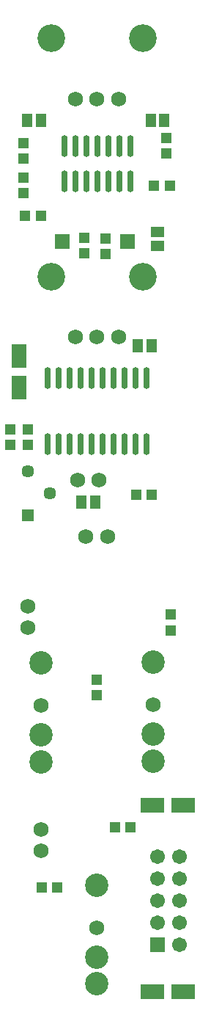
<source format=gbs>
G04 Layer_Color=16711935*
%FSLAX25Y25*%
%MOIN*%
G70*
G01*
G75*
%ADD54R,0.05131X0.05131*%
%ADD57R,0.05131X0.05131*%
%ADD58C,0.06800*%
%ADD59C,0.10642*%
%ADD60C,0.12611*%
%ADD61R,0.06706X0.06706*%
%ADD62R,0.06706X0.06706*%
%ADD63C,0.06706*%
%ADD64C,0.05721*%
%ADD65R,0.05721X0.05721*%
%ADD66O,0.02965X0.09800*%
%ADD67R,0.07099X0.11036*%
%ADD68R,0.04737X0.05918*%
%ADD69R,0.05918X0.04737*%
%ADD70R,0.11036X0.07099*%
D54*
X-5906Y354331D02*
D03*
Y347244D02*
D03*
X-31496Y267323D02*
D03*
Y260236D02*
D03*
X-39370Y267323D02*
D03*
Y260236D02*
D03*
X3937Y353937D02*
D03*
Y346850D02*
D03*
X33465Y175984D02*
D03*
Y183071D02*
D03*
X-33465Y374410D02*
D03*
Y381496D02*
D03*
Y390158D02*
D03*
Y397244D02*
D03*
X0Y146457D02*
D03*
Y153543D02*
D03*
X31496Y392520D02*
D03*
Y399606D02*
D03*
D57*
X33071Y377953D02*
D03*
X25984D02*
D03*
X-25591Y364173D02*
D03*
X-32677D02*
D03*
X24819Y237417D02*
D03*
X17732D02*
D03*
X-25197Y59055D02*
D03*
X-18110D02*
D03*
X15354Y86614D02*
D03*
X8268D02*
D03*
D58*
X-8858Y244094D02*
D03*
X984D02*
D03*
X-25591Y141732D02*
D03*
X9842Y417323D02*
D03*
X-9843D02*
D03*
X0D02*
D03*
X-5000Y218504D02*
D03*
X5000D02*
D03*
X-31496Y177165D02*
D03*
Y187008D02*
D03*
X9842Y309055D02*
D03*
X-9843D02*
D03*
X0D02*
D03*
X25591Y142047D02*
D03*
X0Y40866D02*
D03*
X-25591Y75787D02*
D03*
Y85630D02*
D03*
D59*
Y116220D02*
D03*
Y128425D02*
D03*
Y161102D02*
D03*
X25591Y116535D02*
D03*
Y128740D02*
D03*
Y161417D02*
D03*
X0Y15354D02*
D03*
Y27559D02*
D03*
Y60236D02*
D03*
D60*
X-20866Y444882D02*
D03*
X20866D02*
D03*
X-20866Y336614D02*
D03*
X20866D02*
D03*
D61*
X13779Y352362D02*
D03*
X-15748D02*
D03*
D62*
X27559Y33150D02*
D03*
D63*
X37559D02*
D03*
X27559Y43150D02*
D03*
X37559D02*
D03*
X27559Y53150D02*
D03*
X37559D02*
D03*
X27559Y63150D02*
D03*
X37559D02*
D03*
X27559Y73150D02*
D03*
X37559D02*
D03*
D64*
X-31496Y248346D02*
D03*
X-21496Y238347D02*
D03*
D65*
X-31496Y228346D02*
D03*
D66*
X-22500Y290591D02*
D03*
X-17500D02*
D03*
X-12500D02*
D03*
X-7500D02*
D03*
X-2500D02*
D03*
X2500D02*
D03*
X7500D02*
D03*
X12500D02*
D03*
X17500D02*
D03*
X22500D02*
D03*
X-22500Y260591D02*
D03*
X-17500D02*
D03*
X-12500D02*
D03*
X-7500D02*
D03*
X-2500D02*
D03*
X2500D02*
D03*
X7500D02*
D03*
X12500D02*
D03*
X17500D02*
D03*
X22500D02*
D03*
X374Y379795D02*
D03*
X-4626D02*
D03*
X-9626D02*
D03*
X-14626D02*
D03*
X5374D02*
D03*
X10374D02*
D03*
X15374D02*
D03*
Y395795D02*
D03*
X10374D02*
D03*
X5374D02*
D03*
X374D02*
D03*
X-4626D02*
D03*
X-9626D02*
D03*
X-14626D02*
D03*
D67*
X-35433Y286221D02*
D03*
Y300394D02*
D03*
D68*
X24409Y407480D02*
D03*
X30709D02*
D03*
X-7086Y234252D02*
D03*
X-787D02*
D03*
X-31890Y407480D02*
D03*
X-25591D02*
D03*
X18504Y305118D02*
D03*
X24803D02*
D03*
D69*
X27559Y350394D02*
D03*
Y356693D02*
D03*
D70*
X39370Y96457D02*
D03*
X25197D02*
D03*
Y11811D02*
D03*
X39370D02*
D03*
M02*

</source>
